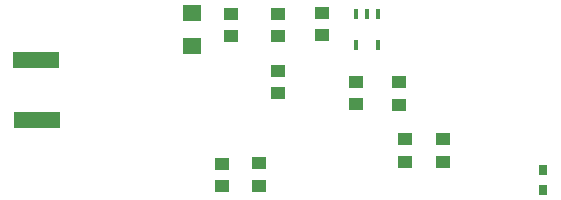
<source format=gbr>
G04 DipTrace 3.1.0.0*
G04 BottomPaste.gbr*
%MOMM*%
G04 #@! TF.FileFunction,Paste,Bot*
G04 #@! TF.Part,Single*
%ADD46R,0.4X0.9*%
%ADD58R,0.8X0.9*%
%ADD68R,1.6X1.4*%
%ADD70R,1.3X1.1*%
%ADD74R,3.86X1.32*%
%FSLAX35Y35*%
G04*
G71*
G90*
G75*
G01*
G04 BotPaste*
%LPD*%
D74*
X1246334Y2242001D3*
X1241334Y2751001D3*
D70*
X2891001Y3142667D3*
Y2952667D3*
X3288667Y3139001D3*
Y2949001D3*
X3952334Y2566334D3*
Y2376334D3*
X4312001Y2560334D3*
Y2370334D3*
X2811667Y1679334D3*
Y1869334D3*
X3287334Y2657334D3*
Y2467334D3*
D68*
X2560001Y3150001D3*
Y2870001D3*
D70*
X3659001Y3148667D3*
Y2958667D3*
X4364001Y1890001D3*
Y2080001D3*
X4688667Y1890001D3*
Y2080001D3*
D58*
X5530001Y1820001D3*
Y1650001D3*
D70*
X3129334Y1683667D3*
Y1873667D3*
D46*
X3949001Y3143001D3*
X4044001D3*
X4139001D3*
Y2873001D3*
X3949001D3*
M02*

</source>
